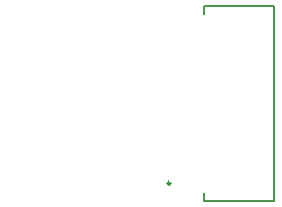
<source format=gto>
G04*
G04 #@! TF.GenerationSoftware,Altium Limited,Altium Designer,23.6.0 (18)*
G04*
G04 Layer_Color=65535*
%FSLAX44Y44*%
%MOMM*%
G71*
G04*
G04 #@! TF.SameCoordinates,FE8EB53B-A1C7-40CC-A93C-7614493BD9FC*
G04*
G04*
G04 #@! TF.FilePolarity,Positive*
G04*
G01*
G75*
%ADD10C,0.2500*%
%ADD11C,0.1000*%
%ADD12C,0.2000*%
D10*
X607460Y495710D02*
G03*
X607460Y495710I-1250J0D01*
G01*
D11*
X500380Y535640D02*
G03*
X500380Y536640I0J500D01*
G01*
D02*
G03*
X500380Y535640I0J-500D01*
G01*
Y564160D02*
G03*
X500380Y565160I0J500D01*
G01*
D02*
G03*
X500380Y564160I0J-500D01*
G01*
X469900D02*
G03*
X469900Y565160I0J500D01*
G01*
D02*
G03*
X469900Y564160I0J-500D01*
G01*
X530860Y536640D02*
G03*
X530860Y535640I0J-500D01*
G01*
D02*
G03*
X530860Y536640I0J500D01*
G01*
Y565160D02*
G03*
X530860Y564160I0J-500D01*
G01*
D02*
G03*
X530860Y565160I0J500D01*
G01*
X469900Y536640D02*
G03*
X469900Y535640I0J-500D01*
G01*
D02*
G03*
X469900Y536640I0J500D01*
G01*
D12*
X635960Y480710D02*
Y487710D01*
Y638710D02*
Y645710D01*
X695460D01*
Y480710D02*
Y645710D01*
X635960Y480710D02*
X695460D01*
M02*

</source>
